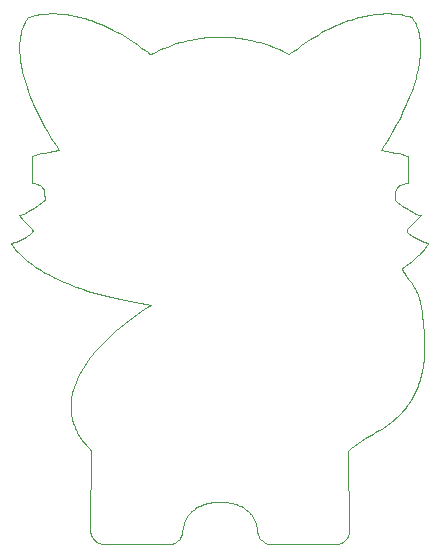
<source format=gbr>
%TF.GenerationSoftware,KiCad,Pcbnew,5.1.8-db9833491~88~ubuntu20.04.1*%
%TF.CreationDate,2020-12-09T15:47:01+01:00*%
%TF.ProjectId,oscar_pcb_svg2shenzen,6f736361-725f-4706-9362-5f7376673273,rev?*%
%TF.SameCoordinates,Original*%
%TF.FileFunction,Profile,NP*%
%FSLAX46Y46*%
G04 Gerber Fmt 4.6, Leading zero omitted, Abs format (unit mm)*
G04 Created by KiCad (PCBNEW 5.1.8-db9833491~88~ubuntu20.04.1) date 2020-12-09 15:47:01*
%MOMM*%
%LPD*%
G01*
G04 APERTURE LIST*
%TA.AperFunction,Profile*%
%ADD10C,0.100000*%
%TD*%
G04 APERTURE END LIST*
D10*
X-29896960Y34966560D02*
X-30160640Y34962600D01*
X-30160640Y34962600D02*
X-30424960Y34949580D01*
X-30424960Y34949580D02*
X-30689760Y34927120D01*
X-30689760Y34927120D02*
X-30954850Y34894870D01*
X-30954850Y34894870D02*
X-31087450Y34874950D01*
X-31087450Y34874950D02*
X-31220040Y34852460D01*
X-31220040Y34852460D02*
X-31352610Y34827340D01*
X-31352610Y34827340D02*
X-31485130Y34799540D01*
X-31485130Y34799540D02*
X-31617610Y34769020D01*
X-31617610Y34769020D02*
X-31749970Y34735750D01*
X-31749970Y34735750D02*
X-31882220Y34699650D01*
X-31882220Y34699650D02*
X-32014340Y34660710D01*
X-32014340Y34660710D02*
X-32044900Y34626830D01*
X-32044900Y34626830D02*
X-32080050Y34583720D01*
X-32080050Y34583720D02*
X-32125740Y34522480D01*
X-32125740Y34522480D02*
X-32179940Y34442600D01*
X-32179940Y34442600D02*
X-32240610Y34343600D01*
X-32240610Y34343600D02*
X-32305710Y34224950D01*
X-32305710Y34224950D02*
X-32373230Y34086150D01*
X-32373230Y34086150D02*
X-32441140Y33926690D01*
X-32441140Y33926690D02*
X-32474580Y33839050D01*
X-32474580Y33839050D02*
X-32507380Y33746060D01*
X-32507380Y33746060D02*
X-32539240Y33647640D01*
X-32539240Y33647640D02*
X-32569930Y33543760D01*
X-32569930Y33543760D02*
X-32599190Y33434320D01*
X-32599190Y33434320D02*
X-32626760Y33319280D01*
X-32626760Y33319280D02*
X-32652400Y33198560D01*
X-32652400Y33198560D02*
X-32675860Y33072110D01*
X-32675860Y33072110D02*
X-32696850Y32939860D01*
X-32696850Y32939860D02*
X-32715160Y32801760D01*
X-32715160Y32801760D02*
X-32730500Y32657720D01*
X-32730500Y32657720D02*
X-32742640Y32507700D01*
X-32742640Y32507700D02*
X-32751320Y32351630D01*
X-32751320Y32351630D02*
X-32756280Y32189430D01*
X-32756280Y32189430D02*
X-32757280Y32021070D01*
X-32757280Y32021070D02*
X-32754050Y31846450D01*
X-32754050Y31846450D02*
X-32746340Y31665540D01*
X-32746340Y31665540D02*
X-32733890Y31478250D01*
X-32733890Y31478250D02*
X-32716460Y31284530D01*
X-32716460Y31284530D02*
X-32693810Y31084320D01*
X-32693810Y31084320D02*
X-32665650Y30877560D01*
X-32665650Y30877560D02*
X-32631750Y30664170D01*
X-32631750Y30664170D02*
X-32591830Y30444090D01*
X-32591830Y30444090D02*
X-32545670Y30217260D01*
X-32545670Y30217260D02*
X-32492990Y29983600D01*
X-32492990Y29983600D02*
X-32433560Y29743100D01*
X-32433560Y29743100D02*
X-32367100Y29495600D01*
X-32367100Y29495600D02*
X-32293370Y29241200D01*
X-32293370Y29241200D02*
X-32212120Y28979700D01*
X-32212120Y28979700D02*
X-32123090Y28711000D01*
X-32123090Y28711000D02*
X-32026030Y28435200D01*
X-32026030Y28435200D02*
X-31920660Y28152100D01*
X-31920660Y28152100D02*
X-31806760Y27861700D01*
X-31806760Y27861700D02*
X-31684070Y27563900D01*
X-31684070Y27563900D02*
X-31552320Y27258600D01*
X-31552320Y27258600D02*
X-31411280Y26945900D01*
X-31411280Y26945900D02*
X-31260670Y26625500D01*
X-31260670Y26625500D02*
X-31100250Y26297600D01*
X-31100250Y26297600D02*
X-30929780Y25961900D01*
X-30929780Y25961900D02*
X-30748970Y25618500D01*
X-30748970Y25618500D02*
X-30557590Y25267300D01*
X-30557590Y25267300D02*
X-30355400Y24908100D01*
X-30355400Y24908100D02*
X-30142110Y24541000D01*
X-30142110Y24541000D02*
X-29917480Y24165900D01*
X-29917480Y24165900D02*
X-29681280Y23782700D01*
X-29681280Y23782700D02*
X-29433210Y23391400D01*
X-29433210Y23391400D02*
X-29875900Y23318600D01*
X-29875900Y23318600D02*
X-30275450Y23245000D01*
X-30275450Y23245000D02*
X-30630050Y23172900D01*
X-30630050Y23172900D02*
X-30937820Y23104600D01*
X-30937820Y23104600D02*
X-31196930Y23042500D01*
X-31196930Y23042500D02*
X-31405510Y22988900D01*
X-31405510Y22988900D02*
X-31663720Y22916700D01*
X-31663720Y22916700D02*
X-31684050Y22907600D01*
X-31684050Y22907600D02*
X-31699760Y22892700D01*
X-31699760Y22892700D02*
X-31709710Y22873500D01*
X-31709710Y22873500D02*
X-31712800Y22851400D01*
X-31712800Y22851400D02*
X-31712800Y20671700D01*
X-31712800Y20671700D02*
X-31707930Y20646700D01*
X-31707930Y20646700D02*
X-31695000Y20625800D01*
X-31695000Y20625800D02*
X-31675660Y20610500D01*
X-31675660Y20610500D02*
X-31651440Y20603000D01*
X-31651440Y20603000D02*
X-31548090Y20588100D01*
X-31548090Y20588100D02*
X-31451860Y20569700D01*
X-31451860Y20569700D02*
X-31362500Y20548300D01*
X-31362500Y20548300D02*
X-31279760Y20524000D01*
X-31279760Y20524000D02*
X-31203360Y20497200D01*
X-31203360Y20497200D02*
X-31133100Y20468000D01*
X-31133100Y20468000D02*
X-31068680Y20436700D01*
X-31068680Y20436700D02*
X-31009880Y20403600D01*
X-31009880Y20403600D02*
X-30956430Y20368800D01*
X-30956430Y20368800D02*
X-30908080Y20332600D01*
X-30908080Y20332600D02*
X-30864600Y20295400D01*
X-30864600Y20295400D02*
X-30825700Y20257400D01*
X-30825700Y20257400D02*
X-30791160Y20218700D01*
X-30791160Y20218700D02*
X-30760720Y20179600D01*
X-30760720Y20179600D02*
X-30734120Y20140500D01*
X-30734120Y20140500D02*
X-30711130Y20101500D01*
X-30711130Y20101500D02*
X-30691480Y20063100D01*
X-30691480Y20063100D02*
X-30674920Y20025100D01*
X-30674920Y20025100D02*
X-30650050Y19952400D01*
X-30650050Y19952400D02*
X-30634550Y19885300D01*
X-30634550Y19885300D02*
X-30626380Y19825800D01*
X-30626380Y19825800D02*
X-30623530Y19776100D01*
X-30623530Y19776100D02*
X-30623970Y19738200D01*
X-30623970Y19738200D02*
X-30626760Y19705300D01*
X-30626760Y19705300D02*
X-30624370Y19580300D01*
X-30624370Y19580300D02*
X-30617580Y19449100D01*
X-30617580Y19449100D02*
X-30606910Y19313100D01*
X-30606910Y19313100D02*
X-30592930Y19173300D01*
X-30592930Y19173300D02*
X-30752400Y19048300D01*
X-30752400Y19048300D02*
X-30912150Y18926400D01*
X-30912150Y18926400D02*
X-31071510Y18808200D01*
X-31071510Y18808200D02*
X-31229820Y18694400D01*
X-31229820Y18694400D02*
X-31386430Y18585300D01*
X-31386430Y18585300D02*
X-31540670Y18481900D01*
X-31540670Y18481900D02*
X-31691880Y18384400D01*
X-31691880Y18384400D02*
X-31839400Y18293500D01*
X-31839400Y18293500D02*
X-31982580Y18210000D01*
X-31982580Y18210000D02*
X-32120730Y18134000D01*
X-32120730Y18134000D02*
X-32253220Y18066600D01*
X-32253220Y18066600D02*
X-32379380Y18008200D01*
X-32379380Y18008200D02*
X-32498560Y17959300D01*
X-32498560Y17959300D02*
X-32610060Y17920400D01*
X-32610060Y17920400D02*
X-32713270Y17892400D01*
X-32713270Y17892400D02*
X-32807500Y17875600D01*
X-32807500Y17875600D02*
X-32448000Y17499000D01*
X-32448000Y17499000D02*
X-32086690Y17125900D01*
X-32086690Y17125900D02*
X-31682640Y16716600D01*
X-31682640Y16716600D02*
X-31653200Y16680500D01*
X-31653200Y16680500D02*
X-31642610Y16662000D01*
X-31642610Y16662000D02*
X-31634680Y16643000D01*
X-31634680Y16643000D02*
X-31629350Y16623700D01*
X-31629350Y16623700D02*
X-31626530Y16604000D01*
X-31626530Y16604000D02*
X-31628190Y16563500D01*
X-31628190Y16563500D02*
X-31639140Y16521900D01*
X-31639140Y16521900D02*
X-31658830Y16479300D01*
X-31658830Y16479300D02*
X-31686680Y16435600D01*
X-31686680Y16435600D02*
X-31722190Y16391500D01*
X-31722190Y16391500D02*
X-31764810Y16346600D01*
X-31764810Y16346600D02*
X-31813980Y16301300D01*
X-31813980Y16301300D02*
X-31869140Y16255800D01*
X-31869140Y16255800D02*
X-31929790Y16210100D01*
X-31929790Y16210100D02*
X-31995350Y16164400D01*
X-31995350Y16164400D02*
X-32065270Y16118900D01*
X-32065270Y16118900D02*
X-32216110Y16029000D01*
X-32216110Y16029000D02*
X-32377900Y15941600D01*
X-32377900Y15941600D02*
X-32546320Y15858000D01*
X-32546320Y15858000D02*
X-32716990Y15779200D01*
X-32716990Y15779200D02*
X-32885550Y15706700D01*
X-32885550Y15706700D02*
X-33047670Y15641400D01*
X-33047670Y15641400D02*
X-33198970Y15584700D01*
X-33198970Y15584700D02*
X-33335100Y15538000D01*
X-33335100Y15538000D02*
X-33451710Y15502000D01*
X-33451710Y15502000D02*
X-33427750Y15459000D01*
X-33427750Y15459000D02*
X-33396130Y15407100D01*
X-33396130Y15407100D02*
X-33349920Y15336100D01*
X-33349920Y15336100D02*
X-33288020Y15247400D01*
X-33288020Y15247400D02*
X-33209300Y15142300D01*
X-33209300Y15142300D02*
X-33112650Y15021500D01*
X-33112650Y15021500D02*
X-32996960Y14886700D01*
X-32996960Y14886700D02*
X-32861110Y14738400D01*
X-32861110Y14738400D02*
X-32703980Y14578200D01*
X-32703980Y14578200D02*
X-32524480Y14407200D01*
X-32524480Y14407200D02*
X-32321450Y14226300D01*
X-32321450Y14226300D02*
X-32093810Y14036900D01*
X-32093810Y14036900D02*
X-31970420Y13939300D01*
X-31970420Y13939300D02*
X-31840440Y13839900D01*
X-31840440Y13839900D02*
X-31703750Y13739000D01*
X-31703750Y13739000D02*
X-31560200Y13636600D01*
X-31560200Y13636600D02*
X-31409670Y13532900D01*
X-31409670Y13532900D02*
X-31252000Y13428100D01*
X-31252000Y13428100D02*
X-31087070Y13322300D01*
X-31087070Y13322300D02*
X-30914730Y13215400D01*
X-30914730Y13215400D02*
X-30734840Y13107900D01*
X-30734840Y13107900D02*
X-30547260Y12999900D01*
X-30547260Y12999900D02*
X-30351840Y12891400D01*
X-30351840Y12891400D02*
X-30148480Y12782500D01*
X-30148480Y12782500D02*
X-29936990Y12673500D01*
X-29936990Y12673500D02*
X-29717250Y12564400D01*
X-29717250Y12564400D02*
X-29489130Y12455500D01*
X-29489130Y12455500D02*
X-29252490Y12346900D01*
X-29252490Y12346900D02*
X-29007190Y12238500D01*
X-29007190Y12238500D02*
X-28753070Y12130800D01*
X-28753070Y12130800D02*
X-28490020Y12023800D01*
X-28490020Y12023800D02*
X-28217890Y11917700D01*
X-28217890Y11917700D02*
X-27936510Y11812400D01*
X-27936510Y11812400D02*
X-27645790Y11708200D01*
X-27645790Y11708200D02*
X-27345560Y11605300D01*
X-27345560Y11605300D02*
X-27035700Y11503800D01*
X-27035700Y11503800D02*
X-26716060Y11403900D01*
X-26716060Y11403900D02*
X-26386500Y11305500D01*
X-26386500Y11305500D02*
X-26046870Y11209100D01*
X-26046870Y11209100D02*
X-25697050Y11114500D01*
X-25697050Y11114500D02*
X-25336900Y11022100D01*
X-25336900Y11022100D02*
X-24966200Y10932100D01*
X-24966200Y10932100D02*
X-24585000Y10844300D01*
X-24585000Y10844300D02*
X-24193000Y10759000D01*
X-24193000Y10759000D02*
X-23790100Y10676500D01*
X-23790100Y10676500D02*
X-23376100Y10596600D01*
X-23376100Y10596600D02*
X-22951000Y10519900D01*
X-22951000Y10519900D02*
X-22514600Y10446200D01*
X-22514600Y10446200D02*
X-22066700Y10375700D01*
X-22066700Y10375700D02*
X-21607200Y10308600D01*
X-21607200Y10308600D02*
X-21765600Y10209400D01*
X-21765600Y10209400D02*
X-21964700Y10081200D01*
X-21964700Y10081200D02*
X-22200700Y9925300D01*
X-22200700Y9925300D02*
X-22469400Y9742500D01*
X-22469400Y9742500D02*
X-22766600Y9533900D01*
X-22766600Y9533900D02*
X-23088300Y9300700D01*
X-23088300Y9300700D02*
X-23430400Y9043800D01*
X-23430400Y9043800D02*
X-23788900Y8764000D01*
X-23788900Y8764000D02*
X-23972900Y8616100D01*
X-23972900Y8616100D02*
X-24159500Y8462700D01*
X-24159500Y8462700D02*
X-24348200Y8304500D01*
X-24348200Y8304500D02*
X-24538300Y8140900D01*
X-24538300Y8140900D02*
X-24729500Y7972600D01*
X-24729500Y7972600D02*
X-24921100Y7799300D01*
X-24921100Y7799300D02*
X-25112790Y7621700D01*
X-25112790Y7621700D02*
X-25303910Y7439300D01*
X-25303910Y7439300D02*
X-25493970Y7252600D01*
X-25493970Y7252600D02*
X-25682490Y7061700D01*
X-25682490Y7061700D02*
X-25868960Y6866800D01*
X-25868960Y6866800D02*
X-26052850Y6667700D01*
X-26052850Y6667700D02*
X-26233660Y6464700D01*
X-26233660Y6464700D02*
X-26410880Y6258000D01*
X-26410880Y6258000D02*
X-26583980Y6047800D01*
X-26583980Y6047800D02*
X-26752460Y5833900D01*
X-26752460Y5833900D02*
X-26915820Y5616900D01*
X-26915820Y5616900D02*
X-27073530Y5396400D01*
X-27073530Y5396400D02*
X-27225080Y5172900D01*
X-27225080Y5172900D02*
X-27369970Y4946500D01*
X-27369970Y4946500D02*
X-27507680Y4717200D01*
X-27507680Y4717200D02*
X-27637710Y4485200D01*
X-27637710Y4485200D02*
X-27759520Y4250700D01*
X-27759520Y4250700D02*
X-27872640Y4013800D01*
X-27872640Y4013800D02*
X-27976530Y3774300D01*
X-27976530Y3774300D02*
X-28070670Y3532800D01*
X-28070670Y3532800D02*
X-28113950Y3411200D01*
X-28113950Y3411200D02*
X-28154570Y3289000D01*
X-28154570Y3289000D02*
X-28192530Y3166600D01*
X-28192530Y3166600D02*
X-28227720Y3043500D01*
X-28227720Y3043500D02*
X-28260100Y2920000D01*
X-28260100Y2920000D02*
X-28289600Y2796200D01*
X-28289600Y2796200D02*
X-28316140Y2671800D01*
X-28316140Y2671800D02*
X-28339700Y2547000D01*
X-28339700Y2547000D02*
X-28360170Y2421800D01*
X-28360170Y2421800D02*
X-28377490Y2296300D01*
X-28377490Y2296300D02*
X-28391620Y2170500D01*
X-28391620Y2170500D02*
X-28402490Y2044300D01*
X-28402490Y2044300D02*
X-28410010Y1917700D01*
X-28410010Y1917700D02*
X-28414150Y1790900D01*
X-28414150Y1790900D02*
X-28414850Y1663800D01*
X-28414850Y1663800D02*
X-28412010Y1536300D01*
X-28412010Y1536300D02*
X-28405590Y1408700D01*
X-28405590Y1408700D02*
X-28395520Y1280700D01*
X-28395520Y1280700D02*
X-28381730Y1152600D01*
X-28381730Y1152600D02*
X-28364160Y1024200D01*
X-28364160Y1024200D02*
X-28342760Y895600D01*
X-28342760Y895600D02*
X-28317460Y766900D01*
X-28317460Y766900D02*
X-28288190Y638000D01*
X-28288190Y638000D02*
X-28254890Y508900D01*
X-28254890Y508900D02*
X-28217490Y379700D01*
X-28217490Y379700D02*
X-28175910Y250400D01*
X-28175910Y250400D02*
X-28130140Y121000D01*
X-28130140Y121000D02*
X-28080050Y-8400D01*
X-28080050Y-8400D02*
X-28025620Y-138000D01*
X-28025620Y-138000D02*
X-27966790Y-267600D01*
X-27966790Y-267600D02*
X-27903450Y-397400D01*
X-27903450Y-397400D02*
X-27835580Y-527000D01*
X-27835580Y-527000D02*
X-27763110Y-656700D01*
X-27763110Y-656700D02*
X-27685950Y-786300D01*
X-27685950Y-786300D02*
X-27604070Y-915900D01*
X-27604070Y-915900D02*
X-27517390Y-1045700D01*
X-27517390Y-1045700D02*
X-27425840Y-1175100D01*
X-27425840Y-1175100D02*
X-27329350Y-1304500D01*
X-27329350Y-1304500D02*
X-27227890Y-1433900D01*
X-27227890Y-1433900D02*
X-27121370Y-1563200D01*
X-27121370Y-1563200D02*
X-27009710Y-1692400D01*
X-27009710Y-1692400D02*
X-26892890Y-1821300D01*
X-26892890Y-1821300D02*
X-26770810Y-1950200D01*
X-26770810Y-1950200D02*
X-26643430Y-2078800D01*
X-26643430Y-2078800D02*
X-26758870Y-8689700D01*
X-26758870Y-8689700D02*
X-26758400Y-8755100D01*
X-26758400Y-8755100D02*
X-26754800Y-8819600D01*
X-26754800Y-8819600D02*
X-26748190Y-8883300D01*
X-26748190Y-8883300D02*
X-26738610Y-8946000D01*
X-26738610Y-8946000D02*
X-26726160Y-9007700D01*
X-26726160Y-9007700D02*
X-26710890Y-9068100D01*
X-26710890Y-9068100D02*
X-26692900Y-9127400D01*
X-26692900Y-9127400D02*
X-26672250Y-9185300D01*
X-26672250Y-9185300D02*
X-26649030Y-9241900D01*
X-26649030Y-9241900D02*
X-26623320Y-9296900D01*
X-26623320Y-9296900D02*
X-26595180Y-9350400D01*
X-26595180Y-9350400D02*
X-26564690Y-9402200D01*
X-26564690Y-9402200D02*
X-26531930Y-9452500D01*
X-26531930Y-9452500D02*
X-26496970Y-9500700D01*
X-26496970Y-9500700D02*
X-26459910Y-9547100D01*
X-26459910Y-9547100D02*
X-26420800Y-9591600D01*
X-26420800Y-9591600D02*
X-26379710Y-9634000D01*
X-26379710Y-9634000D02*
X-26336740Y-9674300D01*
X-26336740Y-9674300D02*
X-26291970Y-9712300D01*
X-26291970Y-9712300D02*
X-26245450Y-9748000D01*
X-26245450Y-9748000D02*
X-26197270Y-9781300D01*
X-26197270Y-9781300D02*
X-26147510Y-9812200D01*
X-26147510Y-9812200D02*
X-26096250Y-9840500D01*
X-26096250Y-9840500D02*
X-26043550Y-9866200D01*
X-26043550Y-9866200D02*
X-25989480Y-9889300D01*
X-25989480Y-9889300D02*
X-25934170Y-9909300D01*
X-25934170Y-9909300D02*
X-25877630Y-9926700D01*
X-25877630Y-9926700D02*
X-25819970Y-9941100D01*
X-25819970Y-9941100D02*
X-25761250Y-9952300D01*
X-25761250Y-9952300D02*
X-25701570Y-9960600D01*
X-25701570Y-9960600D02*
X-25640990Y-9965500D01*
X-25640990Y-9965500D02*
X-25579590Y-9967200D01*
X-25579590Y-9967200D02*
X-20118400Y-9967200D01*
X-20118400Y-9967200D02*
X-20061700Y-9965500D01*
X-20061700Y-9965500D02*
X-20005700Y-9961100D01*
X-20005700Y-9961100D02*
X-19950400Y-9954100D01*
X-19950400Y-9954100D02*
X-19895900Y-9944800D01*
X-19895900Y-9944800D02*
X-19842200Y-9932900D01*
X-19842200Y-9932900D02*
X-19789500Y-9918500D01*
X-19789500Y-9918500D02*
X-19687000Y-9882800D01*
X-19687000Y-9882800D02*
X-19589000Y-9838100D01*
X-19589000Y-9838100D02*
X-19496000Y-9785100D01*
X-19496000Y-9785100D02*
X-19408400Y-9724000D01*
X-19408400Y-9724000D02*
X-19326900Y-9655400D01*
X-19326900Y-9655400D02*
X-19251800Y-9579600D01*
X-19251800Y-9579600D02*
X-19183700Y-9497400D01*
X-19183700Y-9497400D02*
X-19123100Y-9409100D01*
X-19123100Y-9409100D02*
X-19070600Y-9315000D01*
X-19070600Y-9315000D02*
X-19026700Y-9215800D01*
X-19026700Y-9215800D02*
X-19008000Y-9164500D01*
X-19008000Y-9164500D02*
X-18991700Y-9112100D01*
X-18991700Y-9112100D02*
X-18977800Y-9058400D01*
X-18977800Y-9058400D02*
X-18966400Y-9003900D01*
X-18966400Y-9003900D02*
X-18957500Y-8948300D01*
X-18957500Y-8948300D02*
X-18951100Y-8892100D01*
X-18951100Y-8892100D02*
X-18938700Y-8770800D01*
X-18938700Y-8770800D02*
X-18922300Y-8653500D01*
X-18922300Y-8653500D02*
X-18902300Y-8540000D01*
X-18902300Y-8540000D02*
X-18878700Y-8430700D01*
X-18878700Y-8430700D02*
X-18851500Y-8324800D01*
X-18851500Y-8324800D02*
X-18821100Y-8222800D01*
X-18821100Y-8222800D02*
X-18787400Y-8124300D01*
X-18787400Y-8124300D02*
X-18750600Y-8029500D01*
X-18750600Y-8029500D02*
X-18710900Y-7938100D01*
X-18710900Y-7938100D02*
X-18668400Y-7850300D01*
X-18668400Y-7850300D02*
X-18623200Y-7765700D01*
X-18623200Y-7765700D02*
X-18575400Y-7684500D01*
X-18575400Y-7684500D02*
X-18525200Y-7606600D01*
X-18525200Y-7606600D02*
X-18472600Y-7531900D01*
X-18472600Y-7531900D02*
X-18417900Y-7460200D01*
X-18417900Y-7460200D02*
X-18361200Y-7391600D01*
X-18361200Y-7391600D02*
X-18302500Y-7326000D01*
X-18302500Y-7326000D02*
X-18242100Y-7263300D01*
X-18242100Y-7263300D02*
X-18180000Y-7203400D01*
X-18180000Y-7203400D02*
X-18116400Y-7146300D01*
X-18116400Y-7146300D02*
X-18051300Y-7092000D01*
X-18051300Y-7092000D02*
X-17985100Y-7040300D01*
X-17985100Y-7040300D02*
X-17917600Y-6991300D01*
X-17917600Y-6991300D02*
X-17849200Y-6944500D01*
X-17849200Y-6944500D02*
X-17709900Y-6858800D01*
X-17709900Y-6858800D02*
X-17568100Y-6782200D01*
X-17568100Y-6782200D02*
X-17424900Y-6714200D01*
X-17424900Y-6714200D02*
X-17281200Y-6654600D01*
X-17281200Y-6654600D02*
X-17138200Y-6602800D01*
X-17138200Y-6602800D02*
X-16997000Y-6558000D01*
X-16997000Y-6558000D02*
X-16858400Y-6519900D01*
X-16858400Y-6519900D02*
X-16723600Y-6488000D01*
X-16723600Y-6488000D02*
X-16593700Y-6461500D01*
X-16593700Y-6461500D02*
X-16469700Y-6440300D01*
X-16469700Y-6440300D02*
X-16352300Y-6423500D01*
X-16352300Y-6423500D02*
X-16243100Y-6410700D01*
X-16243100Y-6410700D02*
X-16052400Y-6395100D01*
X-16052400Y-6395100D02*
X-15906000Y-6389200D01*
X-15906000Y-6389200D02*
X-15812100Y-6388900D01*
X-15812100Y-6388900D02*
X-15778900Y-6389500D01*
X-15778900Y-6389500D02*
X-15745600Y-6388900D01*
X-15745600Y-6388900D02*
X-15651700Y-6389200D01*
X-15651700Y-6389200D02*
X-15505300Y-6395100D01*
X-15505300Y-6395100D02*
X-15314800Y-6410700D01*
X-15314800Y-6410700D02*
X-15205500Y-6423700D01*
X-15205500Y-6423700D02*
X-15088400Y-6440300D01*
X-15088400Y-6440300D02*
X-14964200Y-6461700D01*
X-14964200Y-6461700D02*
X-14834300Y-6488000D01*
X-14834300Y-6488000D02*
X-14699600Y-6519900D01*
X-14699600Y-6519900D02*
X-14561000Y-6558200D01*
X-14561000Y-6558200D02*
X-14419900Y-6602800D01*
X-14419900Y-6602800D02*
X-14276900Y-6654800D01*
X-14276900Y-6654800D02*
X-14133300Y-6714400D01*
X-14133300Y-6714400D02*
X-13990200Y-6782200D01*
X-13990200Y-6782200D02*
X-13848300Y-6858800D01*
X-13848300Y-6858800D02*
X-13709100Y-6944700D01*
X-13709100Y-6944700D02*
X-13640600Y-6991300D01*
X-13640600Y-6991300D02*
X-13573200Y-7040300D01*
X-13573200Y-7040300D02*
X-13507000Y-7092100D01*
X-13507000Y-7092100D02*
X-13441900Y-7146500D01*
X-13441900Y-7146500D02*
X-13378200Y-7203600D01*
X-13378200Y-7203600D02*
X-13316200Y-7263300D01*
X-13316200Y-7263300D02*
X-13255800Y-7326000D01*
X-13255800Y-7326000D02*
X-13197000Y-7391600D01*
X-13197000Y-7391600D02*
X-13140300Y-7460200D01*
X-13140300Y-7460200D02*
X-13085600Y-7531900D01*
X-13085600Y-7531900D02*
X-13033100Y-7606600D01*
X-13033100Y-7606600D02*
X-12982800Y-7684500D01*
X-12982800Y-7684500D02*
X-12935100Y-7765700D01*
X-12935100Y-7765700D02*
X-12889800Y-7850100D01*
X-12889800Y-7850100D02*
X-12847300Y-7938100D01*
X-12847300Y-7938100D02*
X-12807600Y-8029300D01*
X-12807600Y-8029300D02*
X-12770700Y-8124300D01*
X-12770700Y-8124300D02*
X-12737100Y-8222600D01*
X-12737100Y-8222600D02*
X-12706700Y-8324700D01*
X-12706700Y-8324700D02*
X-12679500Y-8430300D01*
X-12679500Y-8430300D02*
X-12655900Y-8539900D01*
X-12655900Y-8539900D02*
X-12635700Y-8653200D01*
X-12635700Y-8653200D02*
X-12619400Y-8770500D01*
X-12619400Y-8770500D02*
X-12607000Y-8891800D01*
X-12607000Y-8891800D02*
X-12600700Y-8948200D01*
X-12600700Y-8948200D02*
X-12591700Y-9003500D01*
X-12591700Y-9003500D02*
X-12580300Y-9058200D01*
X-12580300Y-9058200D02*
X-12566400Y-9111700D01*
X-12566400Y-9111700D02*
X-12550100Y-9164200D01*
X-12550100Y-9164200D02*
X-12531400Y-9215700D01*
X-12531400Y-9215700D02*
X-12487600Y-9314900D01*
X-12487600Y-9314900D02*
X-12434900Y-9409000D01*
X-12434900Y-9409000D02*
X-12374500Y-9497300D01*
X-12374500Y-9497300D02*
X-12306400Y-9579600D01*
X-12306400Y-9579600D02*
X-12231300Y-9655200D01*
X-12231300Y-9655200D02*
X-12149600Y-9724000D01*
X-12149600Y-9724000D02*
X-12062000Y-9785000D01*
X-12062000Y-9785000D02*
X-11968900Y-9838100D01*
X-11968900Y-9838100D02*
X-11870900Y-9882800D01*
X-11870900Y-9882800D02*
X-11768300Y-9918500D01*
X-11768300Y-9918500D02*
X-11715700Y-9932700D01*
X-11715700Y-9932700D02*
X-11662000Y-9944800D01*
X-11662000Y-9944800D02*
X-11607500Y-9954100D01*
X-11607500Y-9954100D02*
X-11552100Y-9961100D01*
X-11552100Y-9961100D02*
X-11496100Y-9965500D01*
X-11496100Y-9965500D02*
X-11439300Y-9967200D01*
X-11439300Y-9967200D02*
X-5980100Y-9967200D01*
X-5980100Y-9967200D02*
X-5918600Y-9965500D01*
X-5918600Y-9965500D02*
X-5857800Y-9960600D01*
X-5857800Y-9960600D02*
X-5798000Y-9952300D01*
X-5798000Y-9952300D02*
X-5739100Y-9941100D01*
X-5739100Y-9941100D02*
X-5681400Y-9926700D01*
X-5681400Y-9926700D02*
X-5624600Y-9909300D01*
X-5624600Y-9909300D02*
X-5569300Y-9889300D01*
X-5569300Y-9889300D02*
X-5515100Y-9866200D01*
X-5515100Y-9866200D02*
X-5462300Y-9840500D01*
X-5462300Y-9840500D02*
X-5411000Y-9812200D01*
X-5411000Y-9812200D02*
X-5361000Y-9781300D01*
X-5361000Y-9781300D02*
X-5313000Y-9748000D01*
X-5313000Y-9748000D02*
X-5266300Y-9712300D01*
X-5266300Y-9712300D02*
X-5221600Y-9674300D01*
X-5221600Y-9674300D02*
X-5178600Y-9634000D01*
X-5178600Y-9634000D02*
X-5137500Y-9591600D01*
X-5137500Y-9591600D02*
X-5098300Y-9547100D01*
X-5098300Y-9547100D02*
X-5061300Y-9500700D01*
X-5061300Y-9500700D02*
X-5026400Y-9452500D01*
X-5026400Y-9452500D02*
X-4993700Y-9402200D01*
X-4993700Y-9402200D02*
X-4963300Y-9350400D01*
X-4963300Y-9350400D02*
X-4935100Y-9296900D01*
X-4935100Y-9296900D02*
X-4909400Y-9241900D01*
X-4909400Y-9241900D02*
X-4886300Y-9185300D01*
X-4886300Y-9185300D02*
X-4865800Y-9127400D01*
X-4865800Y-9127400D02*
X-4847900Y-9068100D01*
X-4847900Y-9068100D02*
X-4832800Y-9007700D01*
X-4832800Y-9007700D02*
X-4820400Y-8946000D01*
X-4820400Y-8946000D02*
X-4811100Y-8883300D01*
X-4811100Y-8883300D02*
X-4804600Y-8819600D01*
X-4804600Y-8819600D02*
X-4801200Y-8755100D01*
X-4801200Y-8755100D02*
X-4800900Y-8689700D01*
X-4800900Y-8689700D02*
X-4913000Y-2080500D01*
X-4913000Y-2080500D02*
X-4653600Y-1867900D01*
X-4653600Y-1867900D02*
X-4381400Y-1655000D01*
X-4381400Y-1655000D02*
X-4096000Y-1442400D01*
X-4096000Y-1442400D02*
X-3797000Y-1231000D01*
X-3797000Y-1231000D02*
X-3484300Y-1020900D01*
X-3484300Y-1020900D02*
X-3157300Y-812800D01*
X-3157300Y-812800D02*
X-2816100Y-607300D01*
X-2816100Y-607300D02*
X-2640000Y-505700D01*
X-2640000Y-505700D02*
X-2460300Y-405000D01*
X-2460300Y-405000D02*
X-2266500Y-295100D01*
X-2266500Y-295100D02*
X-2078300Y-182400D01*
X-2078300Y-182400D02*
X-1895900Y-67000D01*
X-1895900Y-67000D02*
X-1718900Y51000D01*
X-1718900Y51000D02*
X-1547600Y171600D01*
X-1547600Y171600D02*
X-1381600Y294700D01*
X-1381600Y294700D02*
X-1221000Y420400D01*
X-1221000Y420400D02*
X-1065700Y548600D01*
X-1065700Y548600D02*
X-915600Y679300D01*
X-915600Y679300D02*
X-770700Y812400D01*
X-770700Y812400D02*
X-630900Y947900D01*
X-630900Y947900D02*
X-496100Y1085700D01*
X-496100Y1085700D02*
X-366300Y1225800D01*
X-366300Y1225800D02*
X-241500Y1368100D01*
X-241500Y1368100D02*
X-121400Y1512800D01*
X-121400Y1512800D02*
X-6300Y1659600D01*
X-6300Y1659600D02*
X104300Y1808500D01*
X104300Y1808500D02*
X210300Y1959500D01*
X210300Y1959500D02*
X311500Y2112700D01*
X311500Y2112700D02*
X408300Y2267800D01*
X408300Y2267800D02*
X500500Y2424900D01*
X500500Y2424900D02*
X588400Y2584000D01*
X588400Y2584000D02*
X672100Y2745000D01*
X672100Y2745000D02*
X751200Y2907900D01*
X751200Y2907900D02*
X826500Y3072700D01*
X826500Y3072700D02*
X897300Y3239300D01*
X897300Y3239300D02*
X964200Y3407600D01*
X964200Y3407600D02*
X1027100Y3577600D01*
X1027100Y3577600D02*
X1086000Y3749300D01*
X1086000Y3749300D02*
X1141000Y3922700D01*
X1141000Y3922700D02*
X1192300Y4097700D01*
X1192300Y4097700D02*
X1239900Y4274300D01*
X1239900Y4274300D02*
X1283500Y4452300D01*
X1283500Y4452300D02*
X1323800Y4631800D01*
X1323800Y4631800D02*
X1360300Y4812900D01*
X1360300Y4812900D02*
X1393400Y4995400D01*
X1393400Y4995400D02*
X1423100Y5179200D01*
X1423100Y5179200D02*
X1449500Y5364300D01*
X1449500Y5364300D02*
X1472600Y5550800D01*
X1472600Y5550800D02*
X1492300Y5738500D01*
X1492300Y5738500D02*
X1508900Y5927500D01*
X1508900Y5927500D02*
X1522500Y6117800D01*
X1522500Y6117800D02*
X1532900Y6309000D01*
X1532900Y6309000D02*
X1540400Y6501400D01*
X1540400Y6501400D02*
X1545000Y6694900D01*
X1545000Y6694900D02*
X1546700Y6889300D01*
X1546700Y6889300D02*
X1545700Y7084800D01*
X1545700Y7084800D02*
X1542000Y7281300D01*
X1542000Y7281300D02*
X1535500Y7478700D01*
X1535500Y7478700D02*
X1526500Y7676900D01*
X1526500Y7676900D02*
X1500800Y8076000D01*
X1500800Y8076000D02*
X1465600Y8478000D01*
X1465600Y8478000D02*
X1421300Y8882800D01*
X1421300Y8882800D02*
X1368500Y9290100D01*
X1368500Y9290100D02*
X1307700Y9699400D01*
X1307700Y9699400D02*
X1239200Y10110600D01*
X1239200Y10110600D02*
X1163800Y10523300D01*
X1163800Y10523300D02*
X1136500Y10657400D01*
X1136500Y10657400D02*
X1103000Y10789800D01*
X1103000Y10789800D02*
X1064000Y10920200D01*
X1064000Y10920200D02*
X1019600Y11048800D01*
X1019600Y11048800D02*
X970700Y11175100D01*
X970700Y11175100D02*
X917700Y11299500D01*
X917700Y11299500D02*
X861000Y11421400D01*
X861000Y11421400D02*
X801200Y11541000D01*
X801200Y11541000D02*
X738700Y11658200D01*
X738700Y11658200D02*
X673800Y11772600D01*
X673800Y11772600D02*
X607400Y11884400D01*
X607400Y11884400D02*
X539700Y11993400D01*
X539700Y11993400D02*
X402600Y12202700D01*
X402600Y12202700D02*
X266400Y12399500D01*
X266400Y12399500D02*
X12500Y12752600D01*
X12500Y12752600D02*
X-97200Y12907200D01*
X-97200Y12907200D02*
X-190600Y13046100D01*
X-190600Y13046100D02*
X-229900Y13109500D01*
X-229900Y13109500D02*
X-263300Y13168600D01*
X-263300Y13168600D02*
X-290800Y13223200D01*
X-290800Y13223200D02*
X-311900Y13273700D01*
X-311900Y13273700D02*
X-325700Y13319400D01*
X-325700Y13319400D02*
X-332000Y13360500D01*
X-332000Y13360500D02*
X-330300Y13396800D01*
X-330300Y13396800D02*
X-319900Y13428400D01*
X-319900Y13428400D02*
X-162300Y13533400D01*
X-162300Y13533400D02*
X-12000Y13637000D01*
X-12000Y13637000D02*
X131500Y13739400D01*
X131500Y13739400D02*
X268100Y13840300D01*
X268100Y13840300D02*
X398000Y13939600D01*
X398000Y13939600D02*
X521300Y14037100D01*
X521300Y14037100D02*
X748700Y14226700D01*
X748700Y14226700D02*
X951500Y14407400D01*
X951500Y14407400D02*
X1130900Y14578600D01*
X1130900Y14578600D02*
X1288000Y14738600D01*
X1288000Y14738600D02*
X1423700Y14886700D01*
X1423700Y14886700D02*
X1539200Y15021700D01*
X1539200Y15021700D02*
X1635800Y15142300D01*
X1635800Y15142300D02*
X1714500Y15247600D01*
X1714500Y15247600D02*
X1776300Y15336100D01*
X1776300Y15336100D02*
X1822500Y15407100D01*
X1822500Y15407100D02*
X1854100Y15459000D01*
X1854100Y15459000D02*
X1878000Y15502000D01*
X1878000Y15502000D02*
X1761300Y15537800D01*
X1761300Y15537800D02*
X1625000Y15584600D01*
X1625000Y15584600D02*
X1473500Y15641300D01*
X1473500Y15641300D02*
X1311300Y15706300D01*
X1311300Y15706300D02*
X1142600Y15779000D01*
X1142600Y15779000D02*
X971900Y15857700D01*
X971900Y15857700D02*
X803400Y15941400D01*
X803400Y15941400D02*
X641700Y16028700D01*
X641700Y16028700D02*
X490900Y16118700D01*
X490900Y16118700D02*
X421000Y16164200D01*
X421000Y16164200D02*
X355400Y16209900D01*
X355400Y16209900D02*
X294900Y16255600D01*
X294900Y16255600D02*
X239700Y16301100D01*
X239700Y16301100D02*
X190700Y16346500D01*
X190700Y16346500D02*
X148200Y16391300D01*
X148200Y16391300D02*
X112700Y16435700D01*
X112700Y16435700D02*
X84800Y16479100D01*
X84800Y16479100D02*
X65300Y16521900D01*
X65300Y16521900D02*
X54400Y16563500D01*
X54400Y16563500D02*
X52900Y16604000D01*
X52900Y16604000D02*
X55800Y16623700D01*
X55800Y16623700D02*
X61200Y16643000D01*
X61200Y16643000D02*
X69200Y16662000D01*
X69200Y16662000D02*
X79800Y16680600D01*
X79800Y16680600D02*
X109300Y16716600D01*
X109300Y16716600D02*
X513400Y17125900D01*
X513400Y17125900D02*
X874600Y17499000D01*
X874600Y17499000D02*
X1233800Y17875600D01*
X1233800Y17875600D02*
X1139600Y17892200D01*
X1139600Y17892200D02*
X1036300Y17920100D01*
X1036300Y17920100D02*
X924700Y17958800D01*
X924700Y17958800D02*
X805500Y18007700D01*
X805500Y18007700D02*
X679300Y18066100D01*
X679300Y18066100D02*
X546700Y18133600D01*
X546700Y18133600D02*
X408400Y18209500D01*
X408400Y18209500D02*
X265200Y18293000D01*
X265200Y18293000D02*
X117600Y18383900D01*
X117600Y18383900D02*
X-33700Y18481600D01*
X-33700Y18481600D02*
X-188100Y18585200D01*
X-188100Y18585200D02*
X-344800Y18694200D01*
X-344800Y18694200D02*
X-503100Y18808200D01*
X-503100Y18808200D02*
X-662600Y18926600D01*
X-662600Y18926600D02*
X-822400Y19048500D01*
X-822400Y19048500D02*
X-981900Y19173700D01*
X-981900Y19173700D02*
X-968000Y19313300D01*
X-968000Y19313300D02*
X-957300Y19449000D01*
X-957300Y19449000D02*
X-950500Y19579800D01*
X-950500Y19579800D02*
X-948100Y19704800D01*
X-948100Y19704800D02*
X-951000Y19737500D01*
X-951000Y19737500D02*
X-951300Y19775600D01*
X-951300Y19775600D02*
X-948400Y19825200D01*
X-948400Y19825200D02*
X-940200Y19884600D01*
X-940200Y19884600D02*
X-924800Y19951700D01*
X-924800Y19951700D02*
X-900000Y20024600D01*
X-900000Y20024600D02*
X-883300Y20062400D01*
X-883300Y20062400D02*
X-863600Y20101000D01*
X-863600Y20101000D02*
X-840700Y20139900D01*
X-840700Y20139900D02*
X-814000Y20178900D01*
X-814000Y20178900D02*
X-783600Y20218000D01*
X-783600Y20218000D02*
X-749100Y20256700D01*
X-749100Y20256700D02*
X-710200Y20294800D01*
X-710200Y20294800D02*
X-666800Y20332000D01*
X-666800Y20332000D02*
X-618400Y20368100D01*
X-618400Y20368100D02*
X-564900Y20403000D01*
X-564900Y20403000D02*
X-506100Y20436100D01*
X-506100Y20436100D02*
X-441700Y20467300D01*
X-441700Y20467300D02*
X-371400Y20496500D01*
X-371400Y20496500D02*
X-295000Y20523600D01*
X-295000Y20523600D02*
X-212300Y20547700D01*
X-212300Y20547700D02*
X-122900Y20569100D01*
X-122900Y20569100D02*
X-26600Y20587400D01*
X-26600Y20587400D02*
X76600Y20602400D01*
X76600Y20602400D02*
X100800Y20610000D01*
X100800Y20610000D02*
X119900Y20625100D01*
X119900Y20625100D02*
X132700Y20646000D01*
X132700Y20646000D02*
X137300Y20670900D01*
X137300Y20670900D02*
X137300Y22850700D01*
X137300Y22850700D02*
X133900Y22872400D01*
X133900Y22872400D02*
X123900Y22891300D01*
X123900Y22891300D02*
X108600Y22906300D01*
X108600Y22906300D02*
X88900Y22916000D01*
X88900Y22916000D02*
X-169100Y22988300D01*
X-169100Y22988300D02*
X-377300Y23041900D01*
X-377300Y23041900D02*
X-636200Y23104000D01*
X-636200Y23104000D02*
X-943600Y23172200D01*
X-943600Y23172200D02*
X-1297900Y23244300D01*
X-1297900Y23244300D02*
X-1697000Y23317900D01*
X-1697000Y23317900D02*
X-2139300Y23390700D01*
X-2139300Y23390700D02*
X-1891100Y23782100D01*
X-1891100Y23782100D02*
X-1655100Y24165300D01*
X-1655100Y24165300D02*
X-1430400Y24540400D01*
X-1430400Y24540400D02*
X-1217000Y24907500D01*
X-1217000Y24907500D02*
X-1014900Y25266700D01*
X-1014900Y25266700D02*
X-823500Y25618000D01*
X-823500Y25618000D02*
X-642600Y25961400D01*
X-642600Y25961400D02*
X-472100Y26297100D01*
X-472100Y26297100D02*
X-311800Y26625100D01*
X-311800Y26625100D02*
X-161100Y26945400D01*
X-161100Y26945400D02*
X-20200Y27258200D01*
X-20200Y27258200D02*
X111600Y27563400D01*
X111600Y27563400D02*
X234400Y27861300D01*
X234400Y27861300D02*
X348200Y28151700D01*
X348200Y28151700D02*
X453700Y28434800D01*
X453700Y28434800D02*
X550700Y28710600D01*
X550700Y28710600D02*
X639700Y28979300D01*
X639700Y28979300D02*
X721000Y29240800D01*
X721000Y29240800D02*
X794700Y29495300D01*
X794700Y29495300D02*
X861100Y29742800D01*
X861100Y29742800D02*
X920600Y29983300D01*
X920600Y29983300D02*
X973400Y30216990D01*
X973400Y30216990D02*
X1019400Y30443830D01*
X1019400Y30443830D02*
X1059300Y30663930D01*
X1059300Y30663930D02*
X1093300Y30877340D01*
X1093300Y30877340D02*
X1121500Y31084120D01*
X1121500Y31084120D02*
X1144100Y31284330D01*
X1144100Y31284330D02*
X1161600Y31478070D01*
X1161600Y31478070D02*
X1174000Y31665350D01*
X1174000Y31665350D02*
X1181800Y31846280D01*
X1181800Y31846280D02*
X1185000Y32020900D01*
X1185000Y32020900D02*
X1184000Y32189280D01*
X1184000Y32189280D02*
X1179100Y32351480D01*
X1179100Y32351480D02*
X1170400Y32507560D01*
X1170400Y32507560D02*
X1158200Y32657600D01*
X1158200Y32657600D02*
X1142900Y32801640D01*
X1142900Y32801640D02*
X1124500Y32939760D01*
X1124500Y32939760D02*
X1103600Y33072010D01*
X1103600Y33072010D02*
X1080200Y33198460D01*
X1080200Y33198460D02*
X1054600Y33319180D01*
X1054600Y33319180D02*
X1026900Y33434230D01*
X1026900Y33434230D02*
X997700Y33543680D01*
X997700Y33543680D02*
X966900Y33647570D01*
X966900Y33647570D02*
X935200Y33746000D01*
X935200Y33746000D02*
X902400Y33838980D01*
X902400Y33838980D02*
X868900Y33926620D01*
X868900Y33926620D02*
X801000Y34086100D01*
X801000Y34086100D02*
X733600Y34224910D01*
X733600Y34224910D02*
X668300Y34343570D01*
X668300Y34343570D02*
X607700Y34442580D01*
X607700Y34442580D02*
X553500Y34522460D01*
X553500Y34522460D02*
X507800Y34583690D01*
X507800Y34583690D02*
X472700Y34626810D01*
X472700Y34626810D02*
X442100Y34660690D01*
X442100Y34660690D02*
X212700Y34726510D01*
X212700Y34726510D02*
X-17100Y34783850D01*
X-17100Y34783850D02*
X-247300Y34832910D01*
X-247300Y34832910D02*
X-477400Y34873980D01*
X-477400Y34873980D02*
X-707600Y34907270D01*
X-707600Y34907270D02*
X-937700Y34933000D01*
X-937700Y34933000D02*
X-1167300Y34951410D01*
X-1167300Y34951410D02*
X-1396800Y34962760D01*
X-1396800Y34962760D02*
X-1625700Y34967240D01*
X-1625700Y34967240D02*
X-1853800Y34965100D01*
X-1853800Y34965100D02*
X-2081400Y34956590D01*
X-2081400Y34956590D02*
X-2308000Y34941910D01*
X-2308000Y34941910D02*
X-2533700Y34921350D01*
X-2533700Y34921350D02*
X-2758200Y34895070D01*
X-2758200Y34895070D02*
X-2981600Y34863360D01*
X-2981600Y34863360D02*
X-3203500Y34826440D01*
X-3203500Y34826440D02*
X-3424000Y34784540D01*
X-3424000Y34784540D02*
X-3642900Y34737870D01*
X-3642900Y34737870D02*
X-3860000Y34686690D01*
X-3860000Y34686690D02*
X-4075300Y34631240D01*
X-4075300Y34631240D02*
X-4288800Y34571740D01*
X-4288800Y34571740D02*
X-4500100Y34508410D01*
X-4500100Y34508410D02*
X-4709200Y34441510D01*
X-4709200Y34441510D02*
X-4916100Y34371260D01*
X-4916100Y34371260D02*
X-5120400Y34297910D01*
X-5120400Y34297910D02*
X-5322100Y34221650D01*
X-5322100Y34221650D02*
X-5521400Y34142760D01*
X-5521400Y34142760D02*
X-5717700Y34061450D01*
X-5717700Y34061450D02*
X-5911000Y33977960D01*
X-5911000Y33977960D02*
X-6101400Y33892510D01*
X-6101400Y33892510D02*
X-6288500Y33805350D01*
X-6288500Y33805350D02*
X-6472500Y33716730D01*
X-6472500Y33716730D02*
X-6653000Y33626830D01*
X-6653000Y33626830D02*
X-6830000Y33535930D01*
X-6830000Y33535930D02*
X-7172700Y33352030D01*
X-7172700Y33352030D02*
X-7500200Y33166890D01*
X-7500200Y33166890D02*
X-7811000Y32982320D01*
X-7811000Y32982320D02*
X-8104300Y32800230D01*
X-8104300Y32800230D02*
X-8379000Y32622490D01*
X-8379000Y32622490D02*
X-8634400Y32450970D01*
X-8634400Y32450970D02*
X-8869300Y32287520D01*
X-8869300Y32287520D02*
X-9082900Y32134010D01*
X-9082900Y32134010D02*
X-9274200Y31992310D01*
X-9274200Y31992310D02*
X-9442000Y31864300D01*
X-9442000Y31864300D02*
X-9585700Y31751840D01*
X-9585700Y31751840D02*
X-9796300Y31581010D01*
X-9796300Y31581010D02*
X-9898200Y31494760D01*
X-9898200Y31494760D02*
X-10184500Y31645530D01*
X-10184500Y31645530D02*
X-10469000Y31785920D01*
X-10469000Y31785920D02*
X-10751100Y31916330D01*
X-10751100Y31916330D02*
X-11030200Y32037080D01*
X-11030200Y32037080D02*
X-11306000Y32148570D01*
X-11306000Y32148570D02*
X-11577900Y32251170D01*
X-11577900Y32251170D02*
X-11845600Y32345210D01*
X-11845600Y32345210D02*
X-12108500Y32431100D01*
X-12108500Y32431100D02*
X-12366200Y32509180D01*
X-12366200Y32509180D02*
X-12618000Y32579810D01*
X-12618000Y32579810D02*
X-12863800Y32643370D01*
X-12863800Y32643370D02*
X-13102900Y32700230D01*
X-13102900Y32700230D02*
X-13334900Y32750740D01*
X-13334900Y32750740D02*
X-13559500Y32795290D01*
X-13559500Y32795290D02*
X-13775800Y32834220D01*
X-13775800Y32834220D02*
X-13983700Y32867900D01*
X-13983700Y32867900D02*
X-14182600Y32896720D01*
X-14182600Y32896720D02*
X-14372200Y32921010D01*
X-14372200Y32921010D02*
X-14551700Y32941170D01*
X-14551700Y32941170D02*
X-14720800Y32957540D01*
X-14720800Y32957540D02*
X-15026200Y32980420D01*
X-15026200Y32980420D02*
X-15284400Y32992580D01*
X-15284400Y32992580D02*
X-15491700Y32996930D01*
X-15491700Y32996930D02*
X-15644600Y32996420D01*
X-15644600Y32996420D02*
X-15771300Y32992480D01*
X-15771300Y32992480D02*
X-15898500Y32996510D01*
X-15898500Y32996510D02*
X-16051900Y32997120D01*
X-16051900Y32997120D02*
X-16260100Y32992840D01*
X-16260100Y32992840D02*
X-16519500Y32980750D01*
X-16519500Y32980750D02*
X-16826200Y32957870D01*
X-16826200Y32957870D02*
X-16996000Y32941460D01*
X-16996000Y32941460D02*
X-17176400Y32921250D01*
X-17176400Y32921250D02*
X-17366600Y32896880D01*
X-17366600Y32896880D02*
X-17566300Y32867970D01*
X-17566300Y32867970D02*
X-17775000Y32834140D01*
X-17775000Y32834140D02*
X-17992200Y32795040D01*
X-17992200Y32795040D02*
X-18217500Y32750290D01*
X-18217500Y32750290D02*
X-18450400Y32699520D01*
X-18450400Y32699520D02*
X-18690400Y32642370D01*
X-18690400Y32642370D02*
X-18937100Y32578480D01*
X-18937100Y32578480D02*
X-19189900Y32507450D01*
X-19189900Y32507450D02*
X-19448400Y32428930D01*
X-19448400Y32428930D02*
X-19712200Y32342550D01*
X-19712200Y32342550D02*
X-19980700Y32247930D01*
X-19980700Y32247930D02*
X-20253600Y32144730D01*
X-20253600Y32144730D02*
X-20530200Y32032550D01*
X-20530200Y32032550D02*
X-20810200Y31911050D01*
X-20810200Y31911050D02*
X-21093100Y31779830D01*
X-21093100Y31779830D02*
X-21378400Y31638530D01*
X-21378400Y31638530D02*
X-21665600Y31486800D01*
X-21665600Y31486800D02*
X-21731900Y31543490D01*
X-21731900Y31543490D02*
X-21881400Y31666850D01*
X-21881400Y31666850D02*
X-22109100Y31847170D01*
X-22109100Y31847170D02*
X-22409900Y32074760D01*
X-22409900Y32074760D02*
X-22586200Y32203260D01*
X-22586200Y32203260D02*
X-22778800Y32339950D01*
X-22778800Y32339950D02*
X-22987300Y32483600D01*
X-22987300Y32483600D02*
X-23210800Y32633020D01*
X-23210800Y32633020D02*
X-23448900Y32787000D01*
X-23448900Y32787000D02*
X-23700900Y32944330D01*
X-23700900Y32944330D02*
X-23966200Y33103770D01*
X-23966200Y33103770D02*
X-24244100Y33264140D01*
X-24244100Y33264140D02*
X-24534000Y33424210D01*
X-24534000Y33424210D02*
X-24835300Y33582780D01*
X-24835300Y33582780D02*
X-25147340Y33738630D01*
X-25147340Y33738630D02*
X-25469500Y33890550D01*
X-25469500Y33890550D02*
X-25801160Y34037340D01*
X-25801160Y34037340D02*
X-26141710Y34177790D01*
X-26141710Y34177790D02*
X-26315100Y34245250D01*
X-26315100Y34245250D02*
X-26490480Y34310670D01*
X-26490480Y34310670D02*
X-26667780Y34373900D01*
X-26667780Y34373900D02*
X-26846890Y34434770D01*
X-26846890Y34434770D02*
X-27027740Y34493160D01*
X-27027740Y34493160D02*
X-27210270Y34548910D01*
X-27210270Y34548910D02*
X-27394400Y34601850D01*
X-27394400Y34601850D02*
X-27580030Y34651850D01*
X-27580030Y34651850D02*
X-27767100Y34698740D01*
X-27767100Y34698740D02*
X-27955500Y34742370D01*
X-27955500Y34742370D02*
X-28145200Y34782610D01*
X-28145200Y34782610D02*
X-28336100Y34819290D01*
X-28336100Y34819290D02*
X-28528110Y34852260D01*
X-28528110Y34852260D02*
X-28721160Y34881370D01*
X-28721160Y34881370D02*
X-28915170Y34906470D01*
X-28915170Y34906470D02*
X-29110080Y34927430D01*
X-29110080Y34927430D02*
X-29305790Y34944060D01*
X-29305790Y34944060D02*
X-29502230Y34956220D01*
X-29502230Y34956220D02*
X-29699320Y34963780D01*
X-29699320Y34963780D02*
X-29896960Y34966560D01*
X-29896960Y34966560D02*
X-29896960Y34966560D01*
X-29896960Y34966560D02*
X-29896960Y34966560D01*
M02*

</source>
